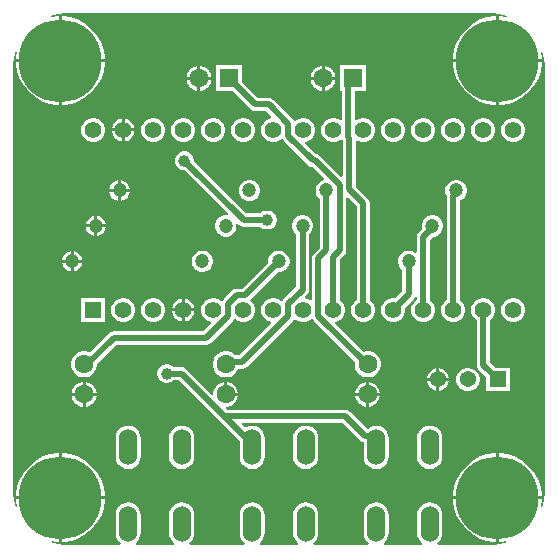
<source format=gtl>
G04*
G04 #@! TF.GenerationSoftware,Altium Limited,Altium Designer,23.6.0 (18)*
G04*
G04 Layer_Physical_Order=1*
G04 Layer_Color=255*
%FSLAX25Y25*%
%MOIN*%
G70*
G04*
G04 #@! TF.SameCoordinates,54EF131F-FBDF-42A5-9582-CEBE5E936E37*
G04*
G04*
G04 #@! TF.FilePolarity,Positive*
G04*
G01*
G75*
%ADD16C,0.05567*%
%ADD17R,0.05567X0.05567*%
%ADD26C,0.01968*%
%ADD27C,0.04724*%
%ADD28C,0.06299*%
%ADD29O,0.06000X0.12000*%
%ADD30C,0.27559*%
%ADD31C,0.05394*%
%ADD32R,0.05394X0.05394*%
%ADD33R,0.06299X0.06299*%
%ADD34C,0.03937*%
G36*
X167953Y182872D02*
X169657Y182533D01*
X170415Y182303D01*
X170303Y181815D01*
X168486Y182102D01*
X167823D01*
Y167823D01*
X182102D01*
Y168486D01*
X181815Y170303D01*
X182303Y170415D01*
X182533Y169657D01*
X182872Y167953D01*
X183042Y166223D01*
Y165354D01*
Y23622D01*
Y22753D01*
X182872Y21024D01*
X182533Y19319D01*
X182303Y18561D01*
X181815Y18673D01*
X182102Y20490D01*
Y21154D01*
X167823D01*
Y6874D01*
X168486D01*
X170303Y7162D01*
X170415Y6673D01*
X169657Y6443D01*
X167953Y6104D01*
X166223Y5934D01*
X147390D01*
X147221Y6434D01*
X147709Y6808D01*
X148379Y7682D01*
X148800Y8699D01*
X148944Y9791D01*
Y15790D01*
X148800Y16882D01*
X148379Y17899D01*
X147709Y18773D01*
X146835Y19443D01*
X145818Y19864D01*
X144727Y20008D01*
X143635Y19864D01*
X142618Y19443D01*
X141745Y18773D01*
X141075Y17899D01*
X140653Y16882D01*
X140510Y15790D01*
Y9791D01*
X140653Y8699D01*
X141075Y7682D01*
X141745Y6808D01*
X142233Y6434D01*
X142063Y5934D01*
X129590D01*
X129421Y6434D01*
X129909Y6808D01*
X130579Y7682D01*
X131000Y8699D01*
X131144Y9791D01*
Y15790D01*
X131000Y16882D01*
X130579Y17899D01*
X129909Y18773D01*
X129035Y19443D01*
X128018Y19864D01*
X126927Y20008D01*
X125835Y19864D01*
X124818Y19443D01*
X123945Y18773D01*
X123275Y17899D01*
X122853Y16882D01*
X122710Y15790D01*
Y9791D01*
X122853Y8699D01*
X123275Y7682D01*
X123945Y6808D01*
X124433Y6434D01*
X124263Y5934D01*
X106052D01*
X105882Y6434D01*
X106370Y6808D01*
X107040Y7682D01*
X107462Y8699D01*
X107605Y9791D01*
Y15790D01*
X107462Y16882D01*
X107040Y17899D01*
X106370Y18773D01*
X105497Y19443D01*
X104480Y19864D01*
X103388Y20008D01*
X102297Y19864D01*
X101280Y19443D01*
X100406Y18773D01*
X99736Y17899D01*
X99315Y16882D01*
X99171Y15790D01*
Y9791D01*
X99315Y8699D01*
X99736Y7682D01*
X100406Y6808D01*
X100894Y6434D01*
X100724Y5934D01*
X88252D01*
X88082Y6434D01*
X88570Y6808D01*
X89240Y7682D01*
X89662Y8699D01*
X89805Y9791D01*
Y15790D01*
X89662Y16882D01*
X89240Y17899D01*
X88570Y18773D01*
X87697Y19443D01*
X86680Y19864D01*
X85588Y20008D01*
X84497Y19864D01*
X83480Y19443D01*
X82606Y18773D01*
X81936Y17899D01*
X81515Y16882D01*
X81371Y15790D01*
Y9791D01*
X81515Y8699D01*
X81936Y7682D01*
X82606Y6808D01*
X83094Y6434D01*
X82924Y5934D01*
X64713D01*
X64543Y6434D01*
X65032Y6808D01*
X65702Y7682D01*
X66123Y8699D01*
X66267Y9791D01*
Y15790D01*
X66123Y16882D01*
X65702Y17899D01*
X65032Y18773D01*
X64158Y19443D01*
X63141Y19864D01*
X62050Y20008D01*
X60958Y19864D01*
X59941Y19443D01*
X59068Y18773D01*
X58397Y17899D01*
X57976Y16882D01*
X57832Y15790D01*
Y9791D01*
X57976Y8699D01*
X58397Y7682D01*
X59068Y6808D01*
X59556Y6434D01*
X59386Y5934D01*
X46913D01*
X46744Y6434D01*
X47232Y6808D01*
X47902Y7682D01*
X48323Y8699D01*
X48467Y9791D01*
Y15790D01*
X48323Y16882D01*
X47902Y17899D01*
X47232Y18773D01*
X46358Y19443D01*
X45341Y19864D01*
X44250Y20008D01*
X43158Y19864D01*
X42141Y19443D01*
X41268Y18773D01*
X40597Y17899D01*
X40176Y16882D01*
X40032Y15790D01*
Y9791D01*
X40176Y8699D01*
X40597Y7682D01*
X41268Y6808D01*
X41756Y6434D01*
X41586Y5934D01*
X22753D01*
X21023Y6104D01*
X19319Y6443D01*
X18561Y6673D01*
X18673Y7162D01*
X20490Y6874D01*
X21154D01*
Y21154D01*
X6874D01*
Y20490D01*
X7162Y18673D01*
X6673Y18561D01*
X6443Y19319D01*
X6104Y21023D01*
X5934Y22753D01*
Y23622D01*
Y165354D01*
Y166223D01*
X6104Y167953D01*
X6443Y169657D01*
X6673Y170415D01*
X7162Y170303D01*
X6874Y168486D01*
Y167823D01*
X21154D01*
Y182102D01*
X20490D01*
X18673Y181815D01*
X18561Y182303D01*
X19319Y182533D01*
X21024Y182872D01*
X22753Y183042D01*
X166223D01*
X167953Y182872D01*
D02*
G37*
%LPC*%
G36*
X166823Y182102D02*
X166160D01*
X163862Y181738D01*
X161650Y181020D01*
X159577Y179963D01*
X157695Y178596D01*
X156050Y176951D01*
X154682Y175069D01*
X153626Y172996D01*
X152907Y170784D01*
X152543Y168486D01*
Y167823D01*
X166823D01*
Y182102D01*
D02*
G37*
G36*
X22817D02*
X22153D01*
Y167823D01*
X36433D01*
Y168486D01*
X36069Y170784D01*
X35350Y172996D01*
X34294Y175069D01*
X32927Y176951D01*
X31282Y178596D01*
X29400Y179963D01*
X27327Y181020D01*
X25114Y181738D01*
X22817Y182102D01*
D02*
G37*
G36*
X109720Y165567D02*
X109673D01*
Y161917D01*
X113323D01*
Y161964D01*
X113040Y163019D01*
X112494Y163965D01*
X111721Y164738D01*
X110775Y165284D01*
X109720Y165567D01*
D02*
G37*
G36*
X68381D02*
X68335D01*
Y161917D01*
X71984D01*
Y161964D01*
X71702Y163019D01*
X71155Y163965D01*
X70383Y164738D01*
X69436Y165284D01*
X68381Y165567D01*
D02*
G37*
G36*
X67335D02*
X67288D01*
X66233Y165284D01*
X65287Y164738D01*
X64514Y163965D01*
X63968Y163019D01*
X63685Y161964D01*
Y161917D01*
X67335D01*
Y165567D01*
D02*
G37*
G36*
X108673D02*
X108627D01*
X107571Y165284D01*
X106625Y164738D01*
X105853Y163965D01*
X105306Y163019D01*
X105024Y161964D01*
Y161917D01*
X108673D01*
Y165567D01*
D02*
G37*
G36*
X113323Y160917D02*
X109673D01*
Y157268D01*
X109720D01*
X110775Y157551D01*
X111721Y158097D01*
X112494Y158869D01*
X113040Y159816D01*
X113323Y160871D01*
Y160917D01*
D02*
G37*
G36*
X108673D02*
X105024D01*
Y160871D01*
X105306Y159816D01*
X105853Y158869D01*
X106625Y158097D01*
X107571Y157551D01*
X108627Y157268D01*
X108673D01*
Y160917D01*
D02*
G37*
G36*
X71984D02*
X68335D01*
Y157268D01*
X68381D01*
X69436Y157551D01*
X70383Y158097D01*
X71155Y158869D01*
X71702Y159816D01*
X71984Y160871D01*
Y160917D01*
D02*
G37*
G36*
X67335D02*
X63685D01*
Y160871D01*
X63968Y159816D01*
X64514Y158869D01*
X65287Y158097D01*
X66233Y157551D01*
X67288Y157268D01*
X67335D01*
Y160917D01*
D02*
G37*
G36*
X182102Y166823D02*
X167823D01*
Y152543D01*
X168486D01*
X170784Y152907D01*
X172996Y153626D01*
X175069Y154682D01*
X176951Y156050D01*
X178596Y157695D01*
X179963Y159577D01*
X181020Y161650D01*
X181738Y163862D01*
X182102Y166160D01*
Y166823D01*
D02*
G37*
G36*
X166823D02*
X152543D01*
Y166160D01*
X152907Y163862D01*
X153626Y161650D01*
X154682Y159577D01*
X156050Y157695D01*
X157695Y156050D01*
X159577Y154682D01*
X161650Y153626D01*
X163862Y152907D01*
X166160Y152543D01*
X166823D01*
Y166823D01*
D02*
G37*
G36*
X36433D02*
X22153D01*
Y152543D01*
X22817D01*
X25114Y152907D01*
X27327Y153626D01*
X29400Y154682D01*
X31282Y156050D01*
X32927Y157695D01*
X34294Y159577D01*
X35350Y161650D01*
X36069Y163862D01*
X36433Y166160D01*
Y166823D01*
D02*
G37*
G36*
X21154D02*
X6874D01*
Y166160D01*
X7238Y163862D01*
X7957Y161650D01*
X9013Y159577D01*
X10380Y157695D01*
X12025Y156050D01*
X13907Y154682D01*
X15980Y153626D01*
X18193Y152907D01*
X20490Y152543D01*
X21154D01*
Y166823D01*
D02*
G37*
G36*
X123504Y165748D02*
X114842D01*
Y157087D01*
X115393D01*
Y147571D01*
X114893Y147398D01*
X114079Y147868D01*
X113071Y148138D01*
X112027D01*
X111019Y147868D01*
X110115Y147346D01*
X109377Y146607D01*
X108855Y145703D01*
X108585Y144695D01*
Y143651D01*
X108855Y142643D01*
X109377Y141739D01*
X110115Y141001D01*
X111019Y140479D01*
X112027Y140209D01*
X113071D01*
X114079Y140479D01*
X114983Y141001D01*
X115092Y141109D01*
X115660Y140970D01*
X115706Y140901D01*
Y128725D01*
X115244Y128533D01*
X108209Y135568D01*
X107492Y136047D01*
X106648Y136215D01*
X106631D01*
X103108Y139738D01*
X103287Y140266D01*
X104079Y140479D01*
X104983Y141001D01*
X105722Y141739D01*
X106244Y142643D01*
X106514Y143651D01*
Y144695D01*
X106244Y145703D01*
X105722Y146607D01*
X104983Y147346D01*
X104079Y147868D01*
X103071Y148138D01*
X102027D01*
X101019Y147868D01*
X100115Y147346D01*
X100039Y147269D01*
X99395Y147333D01*
X99161Y147682D01*
X92596Y154247D01*
X91880Y154726D01*
X91035Y154894D01*
X87480D01*
X82165Y160209D01*
Y165748D01*
X73504D01*
Y157087D01*
X79043D01*
X85005Y151125D01*
X85721Y150647D01*
X86566Y150479D01*
X90120D01*
X91990Y148609D01*
X91812Y148080D01*
X91019Y147868D01*
X90115Y147346D01*
X89377Y146607D01*
X88855Y145703D01*
X88585Y144695D01*
Y143651D01*
X88855Y142643D01*
X89377Y141739D01*
X90115Y141001D01*
X91019Y140479D01*
X92027Y140209D01*
X93071D01*
X94080Y140479D01*
X94984Y141001D01*
X95118Y141135D01*
X95724Y141034D01*
X96039Y140562D01*
X104155Y132446D01*
X104872Y131967D01*
X105717Y131799D01*
X105733D01*
X109522Y128010D01*
X109373Y127453D01*
X108869Y127318D01*
X108061Y126851D01*
X107401Y126191D01*
X106934Y125383D01*
X106693Y124482D01*
Y123549D01*
X106934Y122648D01*
X107401Y121840D01*
X108028Y121213D01*
Y104929D01*
X106039Y102940D01*
X105561Y102224D01*
X105393Y101379D01*
Y87571D01*
X104893Y87398D01*
X104079Y87868D01*
X103287Y88080D01*
X103108Y88609D01*
X103923Y89424D01*
X104402Y90140D01*
X104570Y90985D01*
Y109402D01*
X105198Y110029D01*
X105664Y110837D01*
X105905Y111738D01*
Y112671D01*
X105664Y113572D01*
X105198Y114380D01*
X104538Y115040D01*
X103730Y115506D01*
X102829Y115748D01*
X101896D01*
X100995Y115506D01*
X100187Y115040D01*
X99527Y114380D01*
X99060Y113572D01*
X98819Y112671D01*
Y111738D01*
X99060Y110837D01*
X99527Y110029D01*
X100154Y109402D01*
Y91899D01*
X95937Y87682D01*
X95704Y87333D01*
X95060Y87269D01*
X94984Y87346D01*
X94080Y87868D01*
X93071Y88138D01*
X92027D01*
X91019Y87868D01*
X90115Y87346D01*
X89377Y86607D01*
X88855Y85703D01*
X88585Y84695D01*
Y83651D01*
X88855Y82643D01*
X89377Y81739D01*
X90115Y81001D01*
X91019Y80479D01*
X91812Y80266D01*
X91990Y79738D01*
X81312Y69060D01*
X79860D01*
X79431Y69489D01*
X78443Y70059D01*
X77342Y70354D01*
X76201D01*
X75100Y70059D01*
X74112Y69489D01*
X73306Y68683D01*
X72736Y67695D01*
X72441Y66594D01*
Y65453D01*
X72736Y64352D01*
X73306Y63364D01*
X74112Y62558D01*
X75100Y61988D01*
X76201Y61693D01*
X77342D01*
X78443Y61988D01*
X79431Y62558D01*
X80237Y63364D01*
X80807Y64352D01*
X80886Y64644D01*
X82227D01*
X83072Y64812D01*
X83788Y65291D01*
X99059Y80562D01*
X99375Y81034D01*
X99980Y81135D01*
X100115Y81001D01*
X101019Y80479D01*
X102027Y80209D01*
X103071D01*
X104079Y80479D01*
X104983Y81001D01*
X105118Y81135D01*
X105724Y81034D01*
X106039Y80562D01*
X119753Y66848D01*
X119685Y66594D01*
Y65453D01*
X119980Y64352D01*
X120550Y63364D01*
X121357Y62558D01*
X122344Y61988D01*
X123446Y61693D01*
X124586D01*
X125687Y61988D01*
X126675Y62558D01*
X127481Y63364D01*
X128051Y64352D01*
X128347Y65453D01*
Y66594D01*
X128051Y67695D01*
X127481Y68683D01*
X126675Y69489D01*
X125687Y70059D01*
X124586Y70354D01*
X123446D01*
X122693Y70153D01*
X113108Y79738D01*
X113287Y80266D01*
X114079Y80479D01*
X114983Y81001D01*
X115722Y81739D01*
X116244Y82643D01*
X116514Y83651D01*
Y84695D01*
X116244Y85703D01*
X115722Y86607D01*
X114983Y87346D01*
X114757Y87476D01*
Y100959D01*
X116325Y102527D01*
X116804Y103243D01*
X116972Y104088D01*
Y121527D01*
X117434Y121719D01*
X120341Y118811D01*
Y87476D01*
X120115Y87346D01*
X119377Y86607D01*
X118855Y85703D01*
X118585Y84695D01*
Y83651D01*
X118855Y82643D01*
X119377Y81739D01*
X120115Y81001D01*
X121019Y80479D01*
X122027Y80209D01*
X123071D01*
X124080Y80479D01*
X124984Y81001D01*
X125722Y81739D01*
X126244Y82643D01*
X126514Y83651D01*
Y84695D01*
X126244Y85703D01*
X125722Y86607D01*
X124984Y87346D01*
X124757Y87476D01*
Y119725D01*
X124589Y120570D01*
X124110Y121286D01*
X120121Y125275D01*
Y140497D01*
X120554Y140747D01*
X121019Y140479D01*
X122027Y140209D01*
X123071D01*
X124080Y140479D01*
X124984Y141001D01*
X125722Y141739D01*
X126244Y142643D01*
X126514Y143651D01*
Y144695D01*
X126244Y145703D01*
X125722Y146607D01*
X124984Y147346D01*
X124080Y147868D01*
X123071Y148138D01*
X122027D01*
X121019Y147868D01*
X120308Y147457D01*
X119808Y147705D01*
Y157087D01*
X123504D01*
Y165748D01*
D02*
G37*
G36*
X43049Y147956D02*
Y144673D01*
X46332D01*
X46075Y145634D01*
X45577Y146496D01*
X44872Y147201D01*
X44010Y147699D01*
X43049Y147956D01*
D02*
G37*
G36*
X42049D02*
X41089Y147699D01*
X40226Y147201D01*
X39522Y146496D01*
X39024Y145634D01*
X38766Y144673D01*
X42049D01*
Y147956D01*
D02*
G37*
G36*
X46332Y143673D02*
X43049D01*
Y140390D01*
X44010Y140648D01*
X44872Y141146D01*
X45577Y141850D01*
X46075Y142713D01*
X46332Y143673D01*
D02*
G37*
G36*
X42049D02*
X38766D01*
X39024Y142713D01*
X39522Y141850D01*
X40226Y141146D01*
X41089Y140648D01*
X42049Y140390D01*
Y143673D01*
D02*
G37*
G36*
X173071Y148138D02*
X172027D01*
X171019Y147868D01*
X170115Y147346D01*
X169377Y146607D01*
X168855Y145703D01*
X168585Y144695D01*
Y143651D01*
X168855Y142643D01*
X169377Y141739D01*
X170115Y141001D01*
X171019Y140479D01*
X172027Y140209D01*
X173071D01*
X174080Y140479D01*
X174984Y141001D01*
X175722Y141739D01*
X176244Y142643D01*
X176514Y143651D01*
Y144695D01*
X176244Y145703D01*
X175722Y146607D01*
X174984Y147346D01*
X174080Y147868D01*
X173071Y148138D01*
D02*
G37*
G36*
X163071D02*
X162027D01*
X161019Y147868D01*
X160115Y147346D01*
X159377Y146607D01*
X158855Y145703D01*
X158585Y144695D01*
Y143651D01*
X158855Y142643D01*
X159377Y141739D01*
X160115Y141001D01*
X161019Y140479D01*
X162027Y140209D01*
X163071D01*
X164079Y140479D01*
X164983Y141001D01*
X165722Y141739D01*
X166244Y142643D01*
X166514Y143651D01*
Y144695D01*
X166244Y145703D01*
X165722Y146607D01*
X164983Y147346D01*
X164079Y147868D01*
X163071Y148138D01*
D02*
G37*
G36*
X153071D02*
X152027D01*
X151019Y147868D01*
X150115Y147346D01*
X149377Y146607D01*
X148855Y145703D01*
X148585Y144695D01*
Y143651D01*
X148855Y142643D01*
X149377Y141739D01*
X150115Y141001D01*
X151019Y140479D01*
X152027Y140209D01*
X153071D01*
X154079Y140479D01*
X154983Y141001D01*
X155722Y141739D01*
X156244Y142643D01*
X156514Y143651D01*
Y144695D01*
X156244Y145703D01*
X155722Y146607D01*
X154983Y147346D01*
X154079Y147868D01*
X153071Y148138D01*
D02*
G37*
G36*
X143071D02*
X142027D01*
X141019Y147868D01*
X140115Y147346D01*
X139377Y146607D01*
X138855Y145703D01*
X138585Y144695D01*
Y143651D01*
X138855Y142643D01*
X139377Y141739D01*
X140115Y141001D01*
X141019Y140479D01*
X142027Y140209D01*
X143071D01*
X144079Y140479D01*
X144983Y141001D01*
X145722Y141739D01*
X146244Y142643D01*
X146514Y143651D01*
Y144695D01*
X146244Y145703D01*
X145722Y146607D01*
X144983Y147346D01*
X144079Y147868D01*
X143071Y148138D01*
D02*
G37*
G36*
X133071D02*
X132027D01*
X131019Y147868D01*
X130115Y147346D01*
X129377Y146607D01*
X128855Y145703D01*
X128585Y144695D01*
Y143651D01*
X128855Y142643D01*
X129377Y141739D01*
X130115Y141001D01*
X131019Y140479D01*
X132027Y140209D01*
X133071D01*
X134080Y140479D01*
X134984Y141001D01*
X135722Y141739D01*
X136244Y142643D01*
X136514Y143651D01*
Y144695D01*
X136244Y145703D01*
X135722Y146607D01*
X134984Y147346D01*
X134080Y147868D01*
X133071Y148138D01*
D02*
G37*
G36*
X83071D02*
X82027D01*
X81019Y147868D01*
X80115Y147346D01*
X79377Y146607D01*
X78855Y145703D01*
X78585Y144695D01*
Y143651D01*
X78855Y142643D01*
X79377Y141739D01*
X80115Y141001D01*
X81019Y140479D01*
X82027Y140209D01*
X83071D01*
X84079Y140479D01*
X84983Y141001D01*
X85722Y141739D01*
X86244Y142643D01*
X86514Y143651D01*
Y144695D01*
X86244Y145703D01*
X85722Y146607D01*
X84983Y147346D01*
X84079Y147868D01*
X83071Y148138D01*
D02*
G37*
G36*
X73071D02*
X72027D01*
X71019Y147868D01*
X70115Y147346D01*
X69377Y146607D01*
X68855Y145703D01*
X68585Y144695D01*
Y143651D01*
X68855Y142643D01*
X69377Y141739D01*
X70115Y141001D01*
X71019Y140479D01*
X72027Y140209D01*
X73071D01*
X74080Y140479D01*
X74984Y141001D01*
X75722Y141739D01*
X76244Y142643D01*
X76514Y143651D01*
Y144695D01*
X76244Y145703D01*
X75722Y146607D01*
X74984Y147346D01*
X74080Y147868D01*
X73071Y148138D01*
D02*
G37*
G36*
X63071D02*
X62027D01*
X61019Y147868D01*
X60115Y147346D01*
X59377Y146607D01*
X58855Y145703D01*
X58585Y144695D01*
Y143651D01*
X58855Y142643D01*
X59377Y141739D01*
X60115Y141001D01*
X61019Y140479D01*
X62027Y140209D01*
X63071D01*
X64079Y140479D01*
X64983Y141001D01*
X65722Y141739D01*
X66244Y142643D01*
X66514Y143651D01*
Y144695D01*
X66244Y145703D01*
X65722Y146607D01*
X64983Y147346D01*
X64079Y147868D01*
X63071Y148138D01*
D02*
G37*
G36*
X53071D02*
X52027D01*
X51019Y147868D01*
X50115Y147346D01*
X49377Y146607D01*
X48855Y145703D01*
X48585Y144695D01*
Y143651D01*
X48855Y142643D01*
X49377Y141739D01*
X50115Y141001D01*
X51019Y140479D01*
X52027Y140209D01*
X53071D01*
X54080Y140479D01*
X54984Y141001D01*
X55722Y141739D01*
X56244Y142643D01*
X56514Y143651D01*
Y144695D01*
X56244Y145703D01*
X55722Y146607D01*
X54984Y147346D01*
X54080Y147868D01*
X53071Y148138D01*
D02*
G37*
G36*
X33071D02*
X32027D01*
X31019Y147868D01*
X30115Y147346D01*
X29377Y146607D01*
X28855Y145703D01*
X28585Y144695D01*
Y143651D01*
X28855Y142643D01*
X29377Y141739D01*
X30115Y141001D01*
X31019Y140479D01*
X32027Y140209D01*
X33071D01*
X34080Y140479D01*
X34984Y141001D01*
X35722Y141739D01*
X36244Y142643D01*
X36514Y143651D01*
Y144695D01*
X36244Y145703D01*
X35722Y146607D01*
X34984Y147346D01*
X34080Y147868D01*
X33071Y148138D01*
D02*
G37*
G36*
X41839Y127363D02*
Y124516D01*
X44685D01*
X44472Y125313D01*
X44029Y126080D01*
X43403Y126706D01*
X42636Y127149D01*
X41839Y127363D01*
D02*
G37*
G36*
X40839D02*
X40041Y127149D01*
X39274Y126706D01*
X38648Y126080D01*
X38206Y125313D01*
X37992Y124516D01*
X40839D01*
Y127363D01*
D02*
G37*
G36*
X44685Y123516D02*
X41839D01*
Y120669D01*
X42636Y120883D01*
X43403Y121325D01*
X44029Y121951D01*
X44472Y122718D01*
X44685Y123516D01*
D02*
G37*
G36*
X40839D02*
X37992D01*
X38206Y122718D01*
X38648Y121951D01*
X39274Y121325D01*
X40041Y120883D01*
X40839Y120669D01*
Y123516D01*
D02*
G37*
G36*
X85112Y127559D02*
X84179D01*
X83278Y127318D01*
X82470Y126851D01*
X81810Y126191D01*
X81344Y125383D01*
X81102Y124482D01*
Y123549D01*
X81344Y122648D01*
X81810Y121840D01*
X82470Y121180D01*
X83278Y120714D01*
X84179Y120473D01*
X85112D01*
X86013Y120714D01*
X86821Y121180D01*
X87481Y121840D01*
X87947Y122648D01*
X88189Y123549D01*
Y124482D01*
X87947Y125383D01*
X87481Y126191D01*
X86821Y126851D01*
X86013Y127318D01*
X85112Y127559D01*
D02*
G37*
G36*
X63407Y137008D02*
X62577D01*
X61776Y136793D01*
X61058Y136379D01*
X60472Y135792D01*
X60057Y135074D01*
X59842Y134273D01*
Y133444D01*
X60057Y132643D01*
X60472Y131924D01*
X61058Y131338D01*
X61776Y130923D01*
X62577Y130709D01*
X63020D01*
X77545Y116183D01*
X77286Y115735D01*
X77238Y115748D01*
X76305D01*
X75404Y115506D01*
X74596Y115040D01*
X73936Y114380D01*
X73470Y113572D01*
X73228Y112671D01*
Y111738D01*
X73470Y110837D01*
X73936Y110029D01*
X74596Y109369D01*
X75404Y108903D01*
X76305Y108661D01*
X77238D01*
X78139Y108903D01*
X78947Y109369D01*
X79607Y110029D01*
X80073Y110837D01*
X80315Y111738D01*
Y112671D01*
X80302Y112719D01*
X80751Y112978D01*
X81116Y112612D01*
X81832Y112134D01*
X82677Y111966D01*
X88305D01*
X88617Y111653D01*
X89336Y111238D01*
X90136Y111024D01*
X90966D01*
X91767Y111238D01*
X92485Y111653D01*
X93072Y112239D01*
X93486Y112958D01*
X93701Y113759D01*
Y114588D01*
X93486Y115389D01*
X93072Y116107D01*
X92485Y116693D01*
X91767Y117108D01*
X90966Y117323D01*
X90136D01*
X89336Y117108D01*
X88617Y116693D01*
X88305Y116381D01*
X83592D01*
X66142Y133831D01*
Y134273D01*
X65927Y135074D01*
X65512Y135792D01*
X64926Y136379D01*
X64208Y136793D01*
X63407Y137008D01*
D02*
G37*
G36*
X33965Y115551D02*
Y112705D01*
X36811D01*
X36598Y113503D01*
X36155Y114269D01*
X35529Y114895D01*
X34762Y115338D01*
X33965Y115551D01*
D02*
G37*
G36*
X32965D02*
X32167Y115338D01*
X31400Y114895D01*
X30774Y114269D01*
X30332Y113503D01*
X30118Y112705D01*
X32965D01*
Y115551D01*
D02*
G37*
G36*
X36811Y111705D02*
X33965D01*
Y108858D01*
X34762Y109072D01*
X35529Y109514D01*
X36155Y110140D01*
X36598Y110907D01*
X36811Y111705D01*
D02*
G37*
G36*
X32965D02*
X30118D01*
X30332Y110907D01*
X30774Y110140D01*
X31400Y109514D01*
X32167Y109072D01*
X32965Y108858D01*
Y111705D01*
D02*
G37*
G36*
X146136Y115748D02*
X145203D01*
X144302Y115506D01*
X143494Y115040D01*
X142834Y114380D01*
X142367Y113572D01*
X142126Y112671D01*
Y111738D01*
X142274Y111186D01*
X140988Y109900D01*
X140509Y109184D01*
X140341Y108339D01*
Y103505D01*
X139841Y103304D01*
X139163Y103695D01*
X138262Y103937D01*
X137329D01*
X136428Y103695D01*
X135620Y103229D01*
X134960Y102569D01*
X134493Y101761D01*
X134252Y100860D01*
Y99927D01*
X134493Y99026D01*
X134960Y98218D01*
X135588Y97591D01*
Y90334D01*
X133324Y88070D01*
X133071Y88138D01*
X132027D01*
X131019Y87868D01*
X130115Y87346D01*
X129377Y86607D01*
X128855Y85703D01*
X128585Y84695D01*
Y83651D01*
X128855Y82643D01*
X129377Y81739D01*
X130115Y81001D01*
X131019Y80479D01*
X132027Y80209D01*
X133071D01*
X134080Y80479D01*
X134984Y81001D01*
X135722Y81739D01*
X136244Y82643D01*
X136514Y83651D01*
Y84695D01*
X136446Y84948D01*
X139356Y87858D01*
X139835Y88574D01*
X139841Y88607D01*
X140341Y88558D01*
Y87476D01*
X140115Y87346D01*
X139377Y86607D01*
X138855Y85703D01*
X138585Y84695D01*
Y83651D01*
X138855Y82643D01*
X139377Y81739D01*
X140115Y81001D01*
X141019Y80479D01*
X142027Y80209D01*
X143071D01*
X144079Y80479D01*
X144983Y81001D01*
X145722Y81739D01*
X146244Y82643D01*
X146514Y83651D01*
Y84695D01*
X146244Y85703D01*
X145722Y86607D01*
X144983Y87346D01*
X144757Y87476D01*
Y107424D01*
X145994Y108661D01*
X146136D01*
X147037Y108903D01*
X147845Y109369D01*
X148505Y110029D01*
X148971Y110837D01*
X149213Y111738D01*
Y112671D01*
X148971Y113572D01*
X148505Y114380D01*
X147845Y115040D01*
X147037Y115506D01*
X146136Y115748D01*
D02*
G37*
G36*
X26091Y103741D02*
Y100894D01*
X28937D01*
X28724Y101691D01*
X28281Y102458D01*
X27655Y103084D01*
X26888Y103527D01*
X26091Y103741D01*
D02*
G37*
G36*
X25091D02*
X24293Y103527D01*
X23526Y103084D01*
X22900Y102458D01*
X22457Y101691D01*
X22244Y100894D01*
X25091D01*
Y103741D01*
D02*
G37*
G36*
X28937Y99894D02*
X26091D01*
Y97047D01*
X26888Y97261D01*
X27655Y97703D01*
X28281Y98329D01*
X28724Y99096D01*
X28937Y99894D01*
D02*
G37*
G36*
X25091D02*
X22244D01*
X22457Y99096D01*
X22900Y98329D01*
X23526Y97703D01*
X24293Y97261D01*
X25091Y97047D01*
Y99894D01*
D02*
G37*
G36*
X69364Y103937D02*
X68431D01*
X67530Y103695D01*
X66722Y103229D01*
X66062Y102569D01*
X65596Y101761D01*
X65354Y100860D01*
Y99927D01*
X65596Y99026D01*
X66062Y98218D01*
X66722Y97558D01*
X67530Y97092D01*
X68431Y96850D01*
X69364D01*
X70265Y97092D01*
X71073Y97558D01*
X71733Y98218D01*
X72199Y99026D01*
X72441Y99927D01*
Y100860D01*
X72199Y101761D01*
X71733Y102569D01*
X71073Y103229D01*
X70265Y103695D01*
X69364Y103937D01*
D02*
G37*
G36*
X94955D02*
X94022D01*
X93120Y103695D01*
X92313Y103229D01*
X91653Y102569D01*
X91186Y101761D01*
X90945Y100860D01*
Y99973D01*
X82302Y91330D01*
X80499D01*
X79655Y91162D01*
X78938Y90683D01*
X76039Y87784D01*
X75724Y87312D01*
X75118Y87211D01*
X74984Y87346D01*
X74080Y87868D01*
X73071Y88138D01*
X72027D01*
X71019Y87868D01*
X70115Y87346D01*
X69377Y86607D01*
X68855Y85703D01*
X68585Y84695D01*
Y83651D01*
X68855Y82643D01*
X69377Y81739D01*
X70115Y81001D01*
X71019Y80479D01*
X71812Y80266D01*
X71990Y79738D01*
X69263Y77011D01*
X39370D01*
X38525Y76843D01*
X37809Y76364D01*
X31392Y69948D01*
X31199Y70059D01*
X30098Y70354D01*
X28957D01*
X27856Y70059D01*
X26869Y69489D01*
X26062Y68683D01*
X25492Y67695D01*
X25197Y66594D01*
Y65453D01*
X25492Y64352D01*
X26062Y63364D01*
X26869Y62558D01*
X27856Y61988D01*
X28957Y61693D01*
X30098D01*
X31199Y61988D01*
X32187Y62558D01*
X32993Y63364D01*
X33563Y64352D01*
X33858Y65453D01*
Y66169D01*
X40285Y72595D01*
X70178D01*
X71023Y72763D01*
X71739Y73242D01*
X79162Y80665D01*
X79395Y81014D01*
X80038Y81077D01*
X80115Y81001D01*
X81019Y80479D01*
X82027Y80209D01*
X83071D01*
X84079Y80479D01*
X84983Y81001D01*
X85722Y81739D01*
X86244Y82643D01*
X86514Y83651D01*
Y84695D01*
X86244Y85703D01*
X85722Y86607D01*
X85107Y87222D01*
X84984Y87349D01*
X85083Y87866D01*
X94067Y96850D01*
X94955D01*
X95856Y97092D01*
X96664Y97558D01*
X97324Y98218D01*
X97790Y99026D01*
X98032Y99927D01*
Y100860D01*
X97790Y101761D01*
X97324Y102569D01*
X96664Y103229D01*
X95856Y103695D01*
X94955Y103937D01*
D02*
G37*
G36*
X63049Y87956D02*
Y84673D01*
X66332D01*
X66075Y85634D01*
X65577Y86496D01*
X64872Y87201D01*
X64010Y87699D01*
X63049Y87956D01*
D02*
G37*
G36*
X62049D02*
X61089Y87699D01*
X60226Y87201D01*
X59522Y86496D01*
X59024Y85634D01*
X58766Y84673D01*
X62049D01*
Y87956D01*
D02*
G37*
G36*
X66332Y83673D02*
X63049D01*
Y80390D01*
X64010Y80648D01*
X64872Y81146D01*
X65577Y81850D01*
X66075Y82713D01*
X66332Y83673D01*
D02*
G37*
G36*
X62049D02*
X58766D01*
X59024Y82713D01*
X59522Y81850D01*
X60226Y81146D01*
X61089Y80648D01*
X62049Y80390D01*
Y83673D01*
D02*
G37*
G36*
X173071Y88138D02*
X172027D01*
X171019Y87868D01*
X170115Y87346D01*
X169377Y86607D01*
X168855Y85703D01*
X168585Y84695D01*
Y83651D01*
X168855Y82643D01*
X169377Y81739D01*
X170115Y81001D01*
X171019Y80479D01*
X172027Y80209D01*
X173071D01*
X174080Y80479D01*
X174984Y81001D01*
X175722Y81739D01*
X176244Y82643D01*
X176514Y83651D01*
Y84695D01*
X176244Y85703D01*
X175722Y86607D01*
X174984Y87346D01*
X174080Y87868D01*
X173071Y88138D01*
D02*
G37*
G36*
X154010Y127559D02*
X153077D01*
X152176Y127318D01*
X151368Y126851D01*
X150708Y126191D01*
X150241Y125383D01*
X150000Y124482D01*
Y123549D01*
X150241Y122648D01*
X150371Y122424D01*
X150341Y122276D01*
Y87476D01*
X150115Y87346D01*
X149377Y86607D01*
X148855Y85703D01*
X148585Y84695D01*
Y83651D01*
X148855Y82643D01*
X149377Y81739D01*
X150115Y81001D01*
X151019Y80479D01*
X152027Y80209D01*
X153071D01*
X154079Y80479D01*
X154983Y81001D01*
X155722Y81739D01*
X156244Y82643D01*
X156514Y83651D01*
Y84695D01*
X156244Y85703D01*
X155722Y86607D01*
X154983Y87346D01*
X154757Y87476D01*
Y120673D01*
X154911Y120714D01*
X155719Y121180D01*
X156379Y121840D01*
X156845Y122648D01*
X157087Y123549D01*
Y124482D01*
X156845Y125383D01*
X156379Y126191D01*
X155719Y126851D01*
X154911Y127318D01*
X154010Y127559D01*
D02*
G37*
G36*
X53071Y88138D02*
X52027D01*
X51019Y87868D01*
X50115Y87346D01*
X49377Y86607D01*
X48855Y85703D01*
X48585Y84695D01*
Y83651D01*
X48855Y82643D01*
X49377Y81739D01*
X50115Y81001D01*
X51019Y80479D01*
X52027Y80209D01*
X53071D01*
X54080Y80479D01*
X54984Y81001D01*
X55722Y81739D01*
X56244Y82643D01*
X56514Y83651D01*
Y84695D01*
X56244Y85703D01*
X55722Y86607D01*
X54984Y87346D01*
X54080Y87868D01*
X53071Y88138D01*
D02*
G37*
G36*
X43071D02*
X42027D01*
X41019Y87868D01*
X40115Y87346D01*
X39377Y86607D01*
X38855Y85703D01*
X38585Y84695D01*
Y83651D01*
X38855Y82643D01*
X39377Y81739D01*
X40115Y81001D01*
X41019Y80479D01*
X42027Y80209D01*
X43071D01*
X44080Y80479D01*
X44984Y81001D01*
X45722Y81739D01*
X46244Y82643D01*
X46514Y83651D01*
Y84695D01*
X46244Y85703D01*
X45722Y86607D01*
X44984Y87346D01*
X44080Y87868D01*
X43071Y88138D01*
D02*
G37*
G36*
X36514D02*
X28585D01*
Y80209D01*
X36514D01*
Y88138D01*
D02*
G37*
G36*
X147980Y64717D02*
Y61524D01*
X151174D01*
X150925Y62450D01*
X150438Y63293D01*
X149750Y63982D01*
X148907Y64468D01*
X147980Y64717D01*
D02*
G37*
G36*
X146980Y64717D02*
X146053Y64468D01*
X145210Y63982D01*
X144522Y63293D01*
X144035Y62450D01*
X143787Y61524D01*
X146980D01*
Y64717D01*
D02*
G37*
G36*
Y60524D02*
X143787D01*
X144035Y59597D01*
X144522Y58754D01*
X145210Y58065D01*
X146053Y57579D01*
X146980Y57330D01*
Y60524D01*
D02*
G37*
G36*
X151174D02*
X147980D01*
Y57330D01*
X148907Y57579D01*
X149750Y58065D01*
X150438Y58754D01*
X150925Y59597D01*
X151174Y60524D01*
D02*
G37*
G36*
X163071Y88138D02*
X162027D01*
X161019Y87868D01*
X160115Y87346D01*
X159377Y86607D01*
X158855Y85703D01*
X158585Y84695D01*
Y83651D01*
X158855Y82643D01*
X159377Y81739D01*
X160115Y81001D01*
X160341Y80870D01*
Y65955D01*
X160510Y65110D01*
X160988Y64394D01*
X163602Y61779D01*
Y57146D01*
X171358D01*
Y64902D01*
X166725D01*
X164757Y66869D01*
Y80870D01*
X164983Y81001D01*
X165722Y81739D01*
X166244Y82643D01*
X166514Y83651D01*
Y84695D01*
X166244Y85703D01*
X165722Y86607D01*
X164983Y87346D01*
X164079Y87868D01*
X163071Y88138D01*
D02*
G37*
G36*
X157991Y64902D02*
X156970D01*
X155983Y64637D01*
X155099Y64127D01*
X154377Y63405D01*
X153867Y62520D01*
X153602Y61534D01*
Y60513D01*
X153867Y59527D01*
X154377Y58643D01*
X155099Y57920D01*
X155983Y57410D01*
X156970Y57146D01*
X157991D01*
X158977Y57410D01*
X159861Y57920D01*
X160583Y58643D01*
X161094Y59527D01*
X161358Y60513D01*
Y61534D01*
X161094Y62520D01*
X160583Y63405D01*
X159861Y64127D01*
X158977Y64637D01*
X157991Y64902D01*
D02*
G37*
G36*
X30074Y60173D02*
X30028D01*
Y56524D01*
X33677D01*
Y56570D01*
X33394Y57625D01*
X32848Y58571D01*
X32076Y59344D01*
X31129Y59890D01*
X30074Y60173D01*
D02*
G37*
G36*
X29028D02*
X28981D01*
X27926Y59890D01*
X26980Y59344D01*
X26207Y58571D01*
X25661Y57625D01*
X25378Y56570D01*
Y56524D01*
X29028D01*
Y60173D01*
D02*
G37*
G36*
X77318D02*
X77272D01*
Y56524D01*
X80921D01*
Y56570D01*
X80638Y57625D01*
X80092Y58571D01*
X79320Y59344D01*
X78373Y59890D01*
X77318Y60173D01*
D02*
G37*
G36*
X124562D02*
X124516D01*
Y56524D01*
X128165D01*
Y56570D01*
X127883Y57625D01*
X127336Y58571D01*
X126564Y59344D01*
X125617Y59890D01*
X124562Y60173D01*
D02*
G37*
G36*
X123516D02*
X123469D01*
X122414Y59890D01*
X121468Y59344D01*
X120695Y58571D01*
X120149Y57625D01*
X119866Y56570D01*
Y56524D01*
X123516D01*
Y60173D01*
D02*
G37*
G36*
X128165Y55524D02*
X124516D01*
Y51874D01*
X124562D01*
X125617Y52157D01*
X126564Y52703D01*
X127336Y53476D01*
X127883Y54422D01*
X128165Y55477D01*
Y55524D01*
D02*
G37*
G36*
X123516D02*
X119866D01*
Y55477D01*
X120149Y54422D01*
X120695Y53476D01*
X121468Y52703D01*
X122414Y52157D01*
X123469Y51874D01*
X123516D01*
Y55524D01*
D02*
G37*
G36*
X33677Y55524D02*
X30028D01*
Y51874D01*
X30074D01*
X31129Y52157D01*
X32076Y52703D01*
X32848Y53476D01*
X33394Y54422D01*
X33677Y55477D01*
Y55524D01*
D02*
G37*
G36*
X29028D02*
X25378D01*
Y55477D01*
X25661Y54422D01*
X26207Y53476D01*
X26980Y52703D01*
X27926Y52157D01*
X28981Y51874D01*
X29028D01*
Y55524D01*
D02*
G37*
G36*
X144727Y45608D02*
X143635Y45464D01*
X142618Y45043D01*
X141745Y44373D01*
X141075Y43499D01*
X140653Y42482D01*
X140510Y41391D01*
Y35391D01*
X140653Y34299D01*
X141075Y33282D01*
X141745Y32409D01*
X142618Y31738D01*
X143635Y31317D01*
X144727Y31173D01*
X145818Y31317D01*
X146835Y31738D01*
X147709Y32409D01*
X148379Y33282D01*
X148800Y34299D01*
X148944Y35391D01*
Y41391D01*
X148800Y42482D01*
X148379Y43499D01*
X147709Y44373D01*
X146835Y45043D01*
X145818Y45464D01*
X144727Y45608D01*
D02*
G37*
G36*
X57501Y66142D02*
X56672D01*
X55871Y65927D01*
X55153Y65512D01*
X54566Y64926D01*
X54152Y64208D01*
X53937Y63407D01*
Y62577D01*
X54152Y61776D01*
X54566Y61058D01*
X55153Y60472D01*
X55871Y60057D01*
X56672Y59842D01*
X57501D01*
X58302Y60057D01*
X59021Y60472D01*
X59333Y60784D01*
X61104D01*
X74724Y47164D01*
X81371Y40517D01*
Y35391D01*
X81515Y34299D01*
X81936Y33282D01*
X82606Y32409D01*
X83480Y31738D01*
X84497Y31317D01*
X85588Y31173D01*
X86680Y31317D01*
X87697Y31738D01*
X88570Y32409D01*
X89240Y33282D01*
X89662Y34299D01*
X89805Y35391D01*
Y41391D01*
X89662Y42482D01*
X89240Y43499D01*
X88570Y44373D01*
X87697Y45043D01*
X86680Y45464D01*
X85588Y45608D01*
X84497Y45464D01*
X83480Y45043D01*
X83259Y44873D01*
X82077Y46056D01*
X82268Y46518D01*
X115677D01*
X121594Y40601D01*
X122310Y40122D01*
X122710Y40043D01*
Y35391D01*
X122853Y34299D01*
X123275Y33282D01*
X123945Y32409D01*
X124818Y31738D01*
X125835Y31317D01*
X126927Y31173D01*
X128018Y31317D01*
X129035Y31738D01*
X129909Y32409D01*
X130579Y33282D01*
X131000Y34299D01*
X131144Y35391D01*
Y41391D01*
X131000Y42482D01*
X130579Y43499D01*
X129909Y44373D01*
X129035Y45043D01*
X128018Y45464D01*
X126927Y45608D01*
X125835Y45464D01*
X124818Y45043D01*
X124014Y44426D01*
X118153Y50287D01*
X117437Y50765D01*
X116592Y50933D01*
X77199D01*
X76720Y51412D01*
X76912Y51874D01*
X77318D01*
X78373Y52157D01*
X79320Y52703D01*
X80092Y53476D01*
X80638Y54422D01*
X80921Y55477D01*
Y55524D01*
X76772D01*
Y56024D01*
X76272D01*
Y60173D01*
X76225D01*
X75170Y59890D01*
X74224Y59344D01*
X73451Y58571D01*
X72905Y57625D01*
X72622Y56570D01*
Y56164D01*
X72160Y55972D01*
X63579Y64553D01*
X62863Y65032D01*
X62018Y65200D01*
X59333D01*
X59021Y65512D01*
X58302Y65927D01*
X57501Y66142D01*
D02*
G37*
G36*
X103388Y45608D02*
X102297Y45464D01*
X101280Y45043D01*
X100406Y44373D01*
X99736Y43499D01*
X99315Y42482D01*
X99171Y41391D01*
Y35391D01*
X99315Y34299D01*
X99736Y33282D01*
X100406Y32409D01*
X101280Y31738D01*
X102297Y31317D01*
X103388Y31173D01*
X104480Y31317D01*
X105497Y31738D01*
X106370Y32409D01*
X107040Y33282D01*
X107462Y34299D01*
X107605Y35391D01*
Y41391D01*
X107462Y42482D01*
X107040Y43499D01*
X106370Y44373D01*
X105497Y45043D01*
X104480Y45464D01*
X103388Y45608D01*
D02*
G37*
G36*
X62050D02*
X60958Y45464D01*
X59941Y45043D01*
X59068Y44373D01*
X58397Y43499D01*
X57976Y42482D01*
X57832Y41391D01*
Y35391D01*
X57976Y34299D01*
X58397Y33282D01*
X59068Y32409D01*
X59941Y31738D01*
X60958Y31317D01*
X62050Y31173D01*
X63141Y31317D01*
X64158Y31738D01*
X65032Y32409D01*
X65702Y33282D01*
X66123Y34299D01*
X66267Y35391D01*
Y41391D01*
X66123Y42482D01*
X65702Y43499D01*
X65032Y44373D01*
X64158Y45043D01*
X63141Y45464D01*
X62050Y45608D01*
D02*
G37*
G36*
X44250D02*
X43158Y45464D01*
X42141Y45043D01*
X41268Y44373D01*
X40597Y43499D01*
X40176Y42482D01*
X40032Y41391D01*
Y35391D01*
X40176Y34299D01*
X40597Y33282D01*
X41268Y32409D01*
X42141Y31738D01*
X43158Y31317D01*
X44250Y31173D01*
X45341Y31317D01*
X46358Y31738D01*
X47232Y32409D01*
X47902Y33282D01*
X48323Y34299D01*
X48467Y35391D01*
Y41391D01*
X48323Y42482D01*
X47902Y43499D01*
X47232Y44373D01*
X46358Y45043D01*
X45341Y45464D01*
X44250Y45608D01*
D02*
G37*
G36*
X168486Y36433D02*
X167823D01*
Y22153D01*
X182102D01*
Y22817D01*
X181738Y25114D01*
X181020Y27327D01*
X179963Y29400D01*
X178596Y31282D01*
X176951Y32927D01*
X175069Y34294D01*
X172996Y35350D01*
X170784Y36069D01*
X168486Y36433D01*
D02*
G37*
G36*
X166823D02*
X166160D01*
X163862Y36069D01*
X161650Y35350D01*
X159577Y34294D01*
X157695Y32927D01*
X156050Y31282D01*
X154682Y29400D01*
X153626Y27327D01*
X152907Y25114D01*
X152543Y22817D01*
Y22153D01*
X166823D01*
Y36433D01*
D02*
G37*
G36*
X22817D02*
X22153D01*
Y22153D01*
X36433D01*
Y22817D01*
X36069Y25114D01*
X35350Y27327D01*
X34294Y29400D01*
X32927Y31282D01*
X31282Y32927D01*
X29400Y34294D01*
X27327Y35350D01*
X25114Y36069D01*
X22817Y36433D01*
D02*
G37*
G36*
X21154D02*
X20490D01*
X18193Y36069D01*
X15980Y35350D01*
X13907Y34294D01*
X12025Y32927D01*
X10380Y31282D01*
X9013Y29400D01*
X7957Y27327D01*
X7238Y25114D01*
X6874Y22817D01*
Y22153D01*
X21154D01*
Y36433D01*
D02*
G37*
G36*
X166823Y21154D02*
X152543D01*
Y20490D01*
X152907Y18193D01*
X153626Y15980D01*
X154682Y13907D01*
X156050Y12025D01*
X157695Y10380D01*
X159577Y9013D01*
X161650Y7957D01*
X163862Y7238D01*
X166160Y6874D01*
X166823D01*
Y21154D01*
D02*
G37*
G36*
X36433D02*
X22153D01*
Y6874D01*
X22817D01*
X25114Y7238D01*
X27327Y7957D01*
X29400Y9013D01*
X31282Y10380D01*
X32927Y12025D01*
X34294Y13907D01*
X35350Y15980D01*
X36069Y18193D01*
X36433Y20490D01*
Y21154D01*
D02*
G37*
%LPD*%
D16*
X32549Y144173D02*
D03*
X42549D02*
D03*
X52549D02*
D03*
X62549D02*
D03*
X72549D02*
D03*
X82549D02*
D03*
X92549D02*
D03*
X102549D02*
D03*
X112549D02*
D03*
X122549D02*
D03*
X132549D02*
D03*
X142549D02*
D03*
X152549D02*
D03*
X162549D02*
D03*
X172549D02*
D03*
Y84173D02*
D03*
X162549D02*
D03*
X152549D02*
D03*
X142549D02*
D03*
X132549D02*
D03*
X122549D02*
D03*
X112549D02*
D03*
X102549D02*
D03*
X92549D02*
D03*
X82549D02*
D03*
X72549D02*
D03*
X62549D02*
D03*
X52549D02*
D03*
X42549D02*
D03*
D17*
X32549D02*
D03*
D26*
X85588Y38391D02*
Y39422D01*
Y36422D02*
Y38391D01*
X162549Y65955D02*
Y84173D01*
Y65955D02*
X167480Y61024D01*
X62992Y133858D02*
X82677Y114173D01*
X90551D01*
X76285Y48726D02*
X85588Y39422D01*
X62018Y62992D02*
X76285Y48726D01*
X126927Y38391D02*
Y40300D01*
X125065Y42162D02*
X126927Y40300D01*
X123155Y42162D02*
X125065D01*
X116592Y48726D02*
X123155Y42162D01*
X76285Y48726D02*
X116592D01*
X30591Y66024D02*
X39370Y74803D01*
X70178D02*
X77600Y82226D01*
X39370Y74803D02*
X70178D01*
X77600Y82226D02*
Y86223D01*
X57087Y62992D02*
X62018D01*
X80499Y89122D02*
X83217D01*
X94488Y100394D01*
X77600Y86223D02*
X80499Y89122D01*
X86566Y152686D02*
X91035D01*
X77835Y161417D02*
X86566Y152686D01*
X97600Y142123D02*
Y146121D01*
X106648Y134007D02*
X114764Y125891D01*
Y104088D02*
Y125891D01*
X105717Y134007D02*
X106648D01*
X97600Y142123D02*
X105717Y134007D01*
X91035Y152686D02*
X97600Y146121D01*
X117913Y124361D02*
Y141650D01*
X112549Y84173D02*
Y101873D01*
X114764Y104088D01*
X117600Y141963D02*
Y159845D01*
Y141963D02*
X117913Y141650D01*
Y124361D02*
X122549Y119725D01*
X117600Y159845D02*
X119173Y161417D01*
X122549Y84173D02*
Y119725D01*
X152549Y84173D02*
Y122276D01*
X153543Y123270D01*
Y124016D01*
X142549Y84173D02*
Y108339D01*
X145669Y111459D01*
Y112205D01*
X132549Y84173D02*
X137795Y89419D01*
Y100394D01*
X110236Y104015D02*
Y124016D01*
X107600Y101379D02*
X110236Y104015D01*
X107600Y82123D02*
Y101379D01*
Y82123D02*
X123700Y66024D01*
X124016D01*
X82227Y66852D02*
X97498Y82123D01*
Y86121D02*
X102362Y90985D01*
X97498Y82123D02*
Y86121D01*
X77600Y66852D02*
X82227D01*
X102362Y90985D02*
Y112205D01*
X76772Y66024D02*
X77600Y66852D01*
X29528Y66024D02*
X30591D01*
D27*
X76772Y112205D02*
D03*
X33465D02*
D03*
X137795Y100394D02*
D03*
X94488D02*
D03*
X145669Y112205D02*
D03*
X102362D02*
D03*
X153543Y124016D02*
D03*
X110236D02*
D03*
X41339D02*
D03*
X84646D02*
D03*
X25591Y100394D02*
D03*
X68898D02*
D03*
D28*
X76772Y66024D02*
D03*
Y56024D02*
D03*
X109173Y161417D02*
D03*
X67835D02*
D03*
X29528Y56024D02*
D03*
Y66024D02*
D03*
X124016Y56024D02*
D03*
Y66024D02*
D03*
D29*
X85588Y12791D02*
D03*
X103388D02*
D03*
X85588Y38391D02*
D03*
X103388D02*
D03*
X126927Y12791D02*
D03*
X144727D02*
D03*
X126927Y38391D02*
D03*
X144727D02*
D03*
X44250Y12791D02*
D03*
X62050D02*
D03*
X44250Y38391D02*
D03*
X62050D02*
D03*
D30*
X21654Y167323D02*
D03*
X167323D02*
D03*
Y21654D02*
D03*
X21654D02*
D03*
D31*
X147480Y61024D02*
D03*
X157480D02*
D03*
D32*
X167480D02*
D03*
D33*
X119173Y161417D02*
D03*
X77835D02*
D03*
D34*
X62992Y133858D02*
D03*
X90551Y114173D02*
D03*
X57087Y62992D02*
D03*
M02*

</source>
